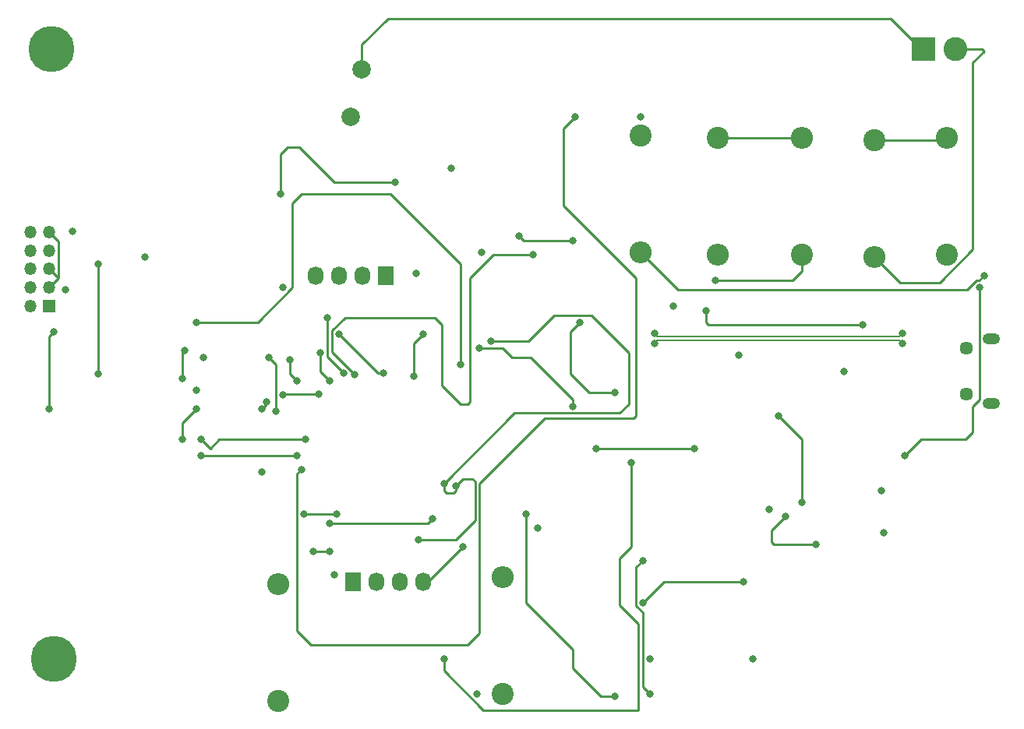
<source format=gbr>
%TF.GenerationSoftware,KiCad,Pcbnew,(5.1.6)-1*%
%TF.CreationDate,2021-02-28T15:35:06+06:00*%
%TF.ProjectId,STM32MCU + Buck Converter,53544d33-324d-4435-9520-2b204275636b,rev?*%
%TF.SameCoordinates,Original*%
%TF.FileFunction,Copper,L4,Bot*%
%TF.FilePolarity,Positive*%
%FSLAX46Y46*%
G04 Gerber Fmt 4.6, Leading zero omitted, Abs format (unit mm)*
G04 Created by KiCad (PCBNEW (5.1.6)-1) date 2021-02-28 15:35:06*
%MOMM*%
%LPD*%
G01*
G04 APERTURE LIST*
%TA.AperFunction,ComponentPad*%
%ADD10C,5.000000*%
%TD*%
%TA.AperFunction,ComponentPad*%
%ADD11O,1.900000X1.200000*%
%TD*%
%TA.AperFunction,ComponentPad*%
%ADD12C,1.450000*%
%TD*%
%TA.AperFunction,ComponentPad*%
%ADD13C,2.600000*%
%TD*%
%TA.AperFunction,ComponentPad*%
%ADD14R,2.600000X2.600000*%
%TD*%
%TA.AperFunction,ComponentPad*%
%ADD15O,1.350000X1.350000*%
%TD*%
%TA.AperFunction,ComponentPad*%
%ADD16R,1.350000X1.350000*%
%TD*%
%TA.AperFunction,ComponentPad*%
%ADD17C,2.010000*%
%TD*%
%TA.AperFunction,ComponentPad*%
%ADD18O,1.730000X2.030000*%
%TD*%
%TA.AperFunction,ComponentPad*%
%ADD19R,1.730000X2.030000*%
%TD*%
%TA.AperFunction,ComponentPad*%
%ADD20C,2.400000*%
%TD*%
%TA.AperFunction,ComponentPad*%
%ADD21O,2.400000X2.400000*%
%TD*%
%TA.AperFunction,ViaPad*%
%ADD22C,0.800000*%
%TD*%
%TA.AperFunction,Conductor*%
%ADD23C,0.250000*%
%TD*%
%TA.AperFunction,Conductor*%
%ADD24C,0.200000*%
%TD*%
G04 APERTURE END LIST*
D10*
%TO.P,REF\u002A\u002A,1*%
%TO.N,N/C*%
X83312000Y-103886000D03*
%TD*%
%TO.P,REF\u002A\u002A,1*%
%TO.N,N/C*%
X83058000Y-37592000D03*
%TD*%
D11*
%TO.P,J5,6*%
%TO.N,N/C*%
X185133500Y-69144000D03*
X185133500Y-76144000D03*
D12*
X182433500Y-70144000D03*
X182433500Y-75144000D03*
%TD*%
D13*
%TO.P,J1,2*%
%TO.N,GND*%
X181300000Y-37592000D03*
D14*
%TO.P,J1,1*%
%TO.N,+12V*%
X177800000Y-37592000D03*
%TD*%
D15*
%TO.P,J2,10*%
%TO.N,NRST*%
X80804000Y-57532000D03*
%TO.P,J2,9*%
%TO.N,GND*%
X82804000Y-57532000D03*
%TO.P,J2,8*%
%TO.N,Net-(J2-Pad8)*%
X80804000Y-59532000D03*
%TO.P,J2,7*%
%TO.N,Net-(J2-Pad7)*%
X82804000Y-59532000D03*
%TO.P,J2,6*%
%TO.N,SWD*%
X80804000Y-61532000D03*
%TO.P,J2,5*%
%TO.N,GND*%
X82804000Y-61532000D03*
%TO.P,J2,4*%
%TO.N,SWCLK*%
X80804000Y-63532000D03*
%TO.P,J2,3*%
%TO.N,GND*%
X82804000Y-63532000D03*
%TO.P,J2,2*%
%TO.N,SWDIO*%
X80804000Y-65532000D03*
D16*
%TO.P,J2,1*%
%TO.N,+3V3*%
X82804000Y-65532000D03*
%TD*%
D17*
%TO.P,F1,1*%
%TO.N,Net-(F1-Pad1)*%
X115570000Y-44958000D03*
%TO.P,F1,2*%
%TO.N,+12V*%
X116770000Y-39858000D03*
%TD*%
D18*
%TO.P,J3,4*%
%TO.N,GND*%
X111760000Y-62230000D03*
%TO.P,J3,3*%
%TO.N,I2C1_SDA*%
X114300000Y-62230000D03*
%TO.P,J3,2*%
%TO.N,I2C1_SCL*%
X116840000Y-62230000D03*
D19*
%TO.P,J3,1*%
%TO.N,+3V3*%
X119380000Y-62230000D03*
%TD*%
%TO.P,J4,1*%
%TO.N,+3V3*%
X115824000Y-95504000D03*
D18*
%TO.P,J4,2*%
%TO.N,UART3_Tx*%
X118364000Y-95504000D03*
%TO.P,J4,3*%
%TO.N,UART3_Rx*%
X120904000Y-95504000D03*
%TO.P,J4,4*%
%TO.N,GND*%
X123444000Y-95504000D03*
%TD*%
D20*
%TO.P,R1,1*%
%TO.N,+3V3*%
X132080000Y-107696000D03*
D21*
%TO.P,R1,2*%
%TO.N,I2C1_SCL*%
X132080000Y-94996000D03*
%TD*%
%TO.P,R2,2*%
%TO.N,I2C1_SDA*%
X107696000Y-95758000D03*
D20*
%TO.P,R2,1*%
%TO.N,+3V3*%
X107696000Y-108458000D03*
%TD*%
%TO.P,R3,1*%
%TO.N,+3.3VA*%
X147066000Y-46990000D03*
D21*
%TO.P,R3,2*%
%TO.N,Buck_FB*%
X147066000Y-59690000D03*
%TD*%
%TO.P,R4,2*%
%TO.N,Net-(R4-Pad2)*%
X180340000Y-47244000D03*
D20*
%TO.P,R4,1*%
%TO.N,Buck_FB*%
X180340000Y-59944000D03*
%TD*%
%TO.P,R5,1*%
%TO.N,Net-(R4-Pad2)*%
X172466000Y-47498000D03*
D21*
%TO.P,R5,2*%
%TO.N,GND*%
X172466000Y-60198000D03*
%TD*%
D20*
%TO.P,R6,1*%
%TO.N,Buck_IN*%
X164592000Y-59944000D03*
D21*
%TO.P,R6,2*%
%TO.N,Buck_EN*%
X164592000Y-47244000D03*
%TD*%
%TO.P,R7,2*%
%TO.N,GND*%
X155448000Y-59944000D03*
D20*
%TO.P,R7,1*%
%TO.N,Buck_EN*%
X155448000Y-47244000D03*
%TD*%
D22*
%TO.N,Net-(C1-Pad1)*%
X125730000Y-103886000D03*
X146050000Y-82550000D03*
%TO.N,GND*%
X85344000Y-57404000D03*
X84582000Y-63754000D03*
X99568000Y-71120000D03*
X98806000Y-74676000D03*
X161036000Y-87630000D03*
X150622000Y-65532000D03*
X169164000Y-72644000D03*
X172466000Y-60198000D03*
X173228000Y-85598000D03*
X173482000Y-90170000D03*
X148082000Y-103886000D03*
X93218000Y-60198000D03*
X129794000Y-59690000D03*
X155448000Y-59944000D03*
X105918000Y-83566000D03*
X147320000Y-97790000D03*
X158242000Y-95504000D03*
X127762000Y-91694000D03*
X113284000Y-89154000D03*
X124460000Y-88646000D03*
X97282000Y-73406000D03*
X97536000Y-70358000D03*
X113284000Y-73660000D03*
X112268000Y-70649000D03*
X97282000Y-80010000D03*
X98806000Y-76708000D03*
X111506000Y-92202000D03*
X113284000Y-92202000D03*
X162814000Y-88392000D03*
X166116000Y-91440000D03*
%TO.N,+3V3*%
X135890000Y-89662000D03*
X157734000Y-70866000D03*
X159258000Y-103886000D03*
X129286000Y-107696000D03*
X113792000Y-94742000D03*
X107696000Y-108458000D03*
X108204000Y-63500000D03*
X126492000Y-50546000D03*
X122682000Y-61976000D03*
X110490000Y-88138000D03*
X114046000Y-88138000D03*
X109728000Y-73660000D03*
X108966000Y-71374000D03*
X83312000Y-68326000D03*
X82804000Y-76708000D03*
X127000000Y-85090000D03*
X107950000Y-53340000D03*
X120396000Y-52070000D03*
X122936000Y-90932000D03*
X164592000Y-86868000D03*
X162052000Y-77470000D03*
X130810000Y-69342000D03*
X125730000Y-84836000D03*
%TO.N,Net-(C7-Pad1)*%
X129540000Y-70104000D03*
X139700000Y-76454000D03*
X134620000Y-88138000D03*
X144272000Y-107950000D03*
X148082000Y-107696000D03*
X147320000Y-93218000D03*
%TO.N,+3.3VA*%
X147066000Y-44958000D03*
X99314000Y-81788000D03*
X109728000Y-81788000D03*
X110236000Y-83312000D03*
X139954000Y-44958000D03*
%TO.N,HSE_IN*%
X106680000Y-71120000D03*
X107442000Y-76962000D03*
%TO.N,HSE_OUT*%
X112072153Y-75125847D03*
X108204000Y-75184000D03*
X106426000Y-75946000D03*
X105918000Y-76708000D03*
%TO.N,Buck_SW*%
X140462000Y-67310000D03*
X144272000Y-74930000D03*
X152908000Y-81026000D03*
X142240000Y-81026000D03*
%TO.N,Buck_IN*%
X133858000Y-57912000D03*
X139700000Y-58420000D03*
X171196000Y-67564000D03*
X154178000Y-66040000D03*
X155194000Y-62738000D03*
%TO.N,Net-(F1-Pad1)*%
X183896000Y-63500000D03*
X175768000Y-81788000D03*
%TO.N,SWDIO*%
X98806000Y-67310000D03*
X127508000Y-71882000D03*
%TO.N,SWD*%
X123444000Y-68580000D03*
X122428000Y-73152000D03*
%TO.N,NRST*%
X88138000Y-60960000D03*
X88138000Y-72898000D03*
X99314000Y-80010000D03*
X110689108Y-80064892D03*
%TO.N,I2C1_SDA*%
X113030000Y-66802000D03*
X114808000Y-72861000D03*
%TO.N,I2C1_SCL*%
X114300000Y-68580000D03*
X119126000Y-72861000D03*
%TO.N,Buck_FB*%
X184404000Y-62230000D03*
%TO.N,BOOT0*%
X115987444Y-72999020D03*
X135382000Y-59944000D03*
%TO.N,USB_D-*%
X148590000Y-69613000D03*
X175514000Y-69613000D03*
%TO.N,USB_D+*%
X148590000Y-68563000D03*
X175514000Y-68563000D03*
%TD*%
D23*
%TO.N,Net-(C1-Pad1)*%
X125730000Y-105213002D02*
X129990998Y-109474000D01*
X125730000Y-103886000D02*
X125730000Y-105213002D01*
X129990998Y-109474000D02*
X136652000Y-109474000D01*
X136652000Y-109474000D02*
X146812000Y-109474000D01*
X146812000Y-109474000D02*
X146812000Y-100076000D01*
X146812000Y-100076000D02*
X144780000Y-98044000D01*
X144780000Y-98044000D02*
X144780000Y-92964000D01*
X144780000Y-92964000D02*
X146050000Y-91694000D01*
X146050000Y-91694000D02*
X146050000Y-82550000D01*
%TO.N,GND*%
X83804001Y-58532001D02*
X83804001Y-62531999D01*
X83804001Y-62531999D02*
X82804000Y-63532000D01*
X82804000Y-57532000D02*
X83804001Y-58532001D01*
X83479001Y-62206999D02*
X83804001Y-62531999D01*
X82804000Y-61532000D02*
X83479001Y-62206999D01*
X147320000Y-97790000D02*
X149606000Y-95504000D01*
X149606000Y-95504000D02*
X158242000Y-95504000D01*
X123444000Y-95504000D02*
X123952000Y-95504000D01*
X123952000Y-95504000D02*
X127762000Y-91694000D01*
X113284000Y-89154000D02*
X123952000Y-89154000D01*
X123952000Y-89154000D02*
X124460000Y-88646000D01*
X97282000Y-73406000D02*
X97282000Y-70612000D01*
X97282000Y-70612000D02*
X97536000Y-70358000D01*
X113284000Y-73660000D02*
X112268000Y-72644000D01*
X112268000Y-72644000D02*
X112268000Y-70649000D01*
X97282000Y-80010000D02*
X97282000Y-78232000D01*
X97282000Y-78232000D02*
X98806000Y-76708000D01*
X111506000Y-92202000D02*
X113284000Y-92202000D01*
X181300000Y-37592000D02*
X184150000Y-37592000D01*
X184150000Y-37592000D02*
X184404000Y-37846000D01*
X183170999Y-59370003D02*
X179549002Y-62992000D01*
X184404000Y-37846000D02*
X183170999Y-39079001D01*
X183170999Y-39079001D02*
X183170999Y-59370003D01*
X175260000Y-62992000D02*
X172466000Y-60198000D01*
X179549002Y-62992000D02*
X175260000Y-62992000D01*
X162814000Y-88392000D02*
X161290000Y-89916000D01*
X161290000Y-89916000D02*
X161290000Y-90932000D01*
X161290000Y-90932000D02*
X161290000Y-91186000D01*
X161290000Y-91186000D02*
X161544000Y-91440000D01*
X161544000Y-91440000D02*
X166116000Y-91440000D01*
%TO.N,+3V3*%
X110490000Y-88138000D02*
X114046000Y-88138000D01*
X109728000Y-73660000D02*
X108966000Y-72898000D01*
X108966000Y-72898000D02*
X108966000Y-71374000D01*
X83312000Y-68326000D02*
X82804000Y-68834000D01*
X82804000Y-68834000D02*
X82804000Y-76708000D01*
X107950000Y-53340000D02*
X107950000Y-49022000D01*
X107950000Y-49022000D02*
X108712000Y-48260000D01*
X108712000Y-48260000D02*
X109982000Y-48260000D01*
X109982000Y-48260000D02*
X113792000Y-52070000D01*
X113792000Y-52070000D02*
X120396000Y-52070000D01*
X122936000Y-90932000D02*
X127000000Y-90932000D01*
X129089990Y-88842010D02*
X129089990Y-84649600D01*
X127000000Y-90932000D02*
X129089990Y-88842010D01*
X129089990Y-84649600D02*
X128768390Y-84328000D01*
X127762000Y-84328000D02*
X127000000Y-85090000D01*
X128768390Y-84328000D02*
X127762000Y-84328000D01*
X164592000Y-86868000D02*
X164592000Y-80010000D01*
X164592000Y-80010000D02*
X162052000Y-77470000D01*
X133386999Y-77179001D02*
X125730000Y-84836000D01*
X144816999Y-77179001D02*
X133386999Y-77179001D01*
X145796000Y-76200000D02*
X144816999Y-77179001D01*
X134874000Y-69342000D02*
X137668000Y-66548000D01*
X141732000Y-66548000D02*
X145796000Y-70612000D01*
X130810000Y-69342000D02*
X134874000Y-69342000D01*
X137668000Y-66548000D02*
X141732000Y-66548000D01*
X145796000Y-70612000D02*
X145796000Y-76200000D01*
X127000000Y-85598000D02*
X127000000Y-85090000D01*
X126746000Y-85852000D02*
X127000000Y-85598000D01*
X125984000Y-85852000D02*
X126746000Y-85852000D01*
X125730000Y-84836000D02*
X125730000Y-85598000D01*
X125730000Y-85598000D02*
X125984000Y-85852000D01*
%TO.N,Net-(C7-Pad1)*%
X129540000Y-70104000D02*
X132080000Y-70104000D01*
X132080000Y-70104000D02*
X133096000Y-71120000D01*
X133096000Y-71120000D02*
X135128000Y-71120000D01*
X135128000Y-71120000D02*
X139700000Y-75692000D01*
X139700000Y-75692000D02*
X139700000Y-76454000D01*
X134620000Y-88138000D02*
X134620000Y-97790000D01*
X134620000Y-97790000D02*
X139700000Y-102870000D01*
X139700000Y-102870000D02*
X139700000Y-104902000D01*
X139700000Y-104902000D02*
X142748000Y-107950000D01*
X142748000Y-107950000D02*
X144272000Y-107950000D01*
X148082000Y-107696000D02*
X147320000Y-106934000D01*
X146594999Y-93943001D02*
X147320000Y-93218000D01*
X147320000Y-98863002D02*
X146594999Y-98138001D01*
X147320000Y-106934000D02*
X147320000Y-98863002D01*
X146594999Y-98138001D02*
X146594999Y-93943001D01*
%TO.N,+3.3VA*%
X99314000Y-81788000D02*
X109728000Y-81788000D01*
X109764999Y-83783001D02*
X109764999Y-100874999D01*
X110236000Y-83312000D02*
X109764999Y-83783001D01*
X109764999Y-100874999D02*
X111252000Y-102362000D01*
X111252000Y-102362000D02*
X128270000Y-102362000D01*
X128270000Y-102362000D02*
X129540000Y-101092000D01*
X129540000Y-101092000D02*
X129540000Y-84836000D01*
X129540000Y-84836000D02*
X136652000Y-77724000D01*
X136652000Y-77724000D02*
X146304000Y-77724000D01*
X146304000Y-77724000D02*
X146558000Y-77470000D01*
X146558000Y-77470000D02*
X146558000Y-62484000D01*
X146558000Y-62484000D02*
X138684000Y-54610000D01*
X138684000Y-54610000D02*
X138684000Y-46228000D01*
X138684000Y-46228000D02*
X139954000Y-44958000D01*
%TO.N,HSE_IN*%
X106680000Y-71120000D02*
X107442000Y-71882000D01*
X107442000Y-71882000D02*
X107442000Y-76962000D01*
%TO.N,HSE_OUT*%
X112072153Y-75125847D02*
X110548153Y-75125847D01*
X110548153Y-75125847D02*
X108262153Y-75125847D01*
X108262153Y-75125847D02*
X108204000Y-75184000D01*
X106426000Y-75946000D02*
X106426000Y-76200000D01*
X106426000Y-76200000D02*
X105918000Y-76708000D01*
%TO.N,Buck_SW*%
X140462000Y-67310000D02*
X139446000Y-68326000D01*
X139446000Y-68326000D02*
X139446000Y-72898000D01*
X139446000Y-72898000D02*
X141478000Y-74930000D01*
X141478000Y-74930000D02*
X144272000Y-74930000D01*
X152908000Y-81026000D02*
X142240000Y-81026000D01*
%TO.N,Buck_IN*%
X133858000Y-57912000D02*
X134366000Y-58420000D01*
X134366000Y-58420000D02*
X139700000Y-58420000D01*
X171196000Y-67564000D02*
X154432000Y-67564000D01*
X154432000Y-67564000D02*
X154178000Y-67310000D01*
X154178000Y-67310000D02*
X154178000Y-66040000D01*
X155194000Y-62738000D02*
X163576000Y-62738000D01*
X164592000Y-61722000D02*
X164592000Y-59944000D01*
X163576000Y-62738000D02*
X164592000Y-61722000D01*
%TO.N,Net-(F1-Pad1)*%
X177546000Y-80010000D02*
X175768000Y-81788000D01*
X183896000Y-75723339D02*
X183134000Y-76485339D01*
X183896000Y-63500000D02*
X183896000Y-75723339D01*
X183134000Y-76485339D02*
X183134000Y-79248000D01*
X183134000Y-79248000D02*
X182372000Y-80010000D01*
X182372000Y-80010000D02*
X177546000Y-80010000D01*
%TO.N,+12V*%
X116770000Y-39858000D02*
X116770000Y-37154000D01*
X116770000Y-37154000D02*
X119634000Y-34290000D01*
X174244000Y-34290000D02*
X177546000Y-37592000D01*
X119634000Y-34290000D02*
X174244000Y-34290000D01*
%TO.N,SWDIO*%
X98806000Y-67310000D02*
X104902000Y-67310000D01*
X105467002Y-67310000D02*
X109220000Y-63557002D01*
X104902000Y-67310000D02*
X105467002Y-67310000D01*
X109220000Y-63557002D02*
X109220000Y-62937072D01*
X109220000Y-62937072D02*
X109220000Y-54356000D01*
X109220000Y-54356000D02*
X110236000Y-53340000D01*
X110236000Y-53340000D02*
X119888000Y-53340000D01*
X119888000Y-53340000D02*
X127508000Y-60960000D01*
X127508000Y-60960000D02*
X127508000Y-71882000D01*
%TO.N,SWD*%
X123444000Y-68580000D02*
X122428000Y-69596000D01*
X122428000Y-69596000D02*
X122428000Y-73152000D01*
%TO.N,NRST*%
X88138000Y-60960000D02*
X88138000Y-72898000D01*
X99314000Y-80010000D02*
X100330000Y-81026000D01*
X110671215Y-80046999D02*
X110689108Y-80064892D01*
X100330000Y-81026000D02*
X101309001Y-80046999D01*
X101309001Y-80046999D02*
X110671215Y-80046999D01*
%TO.N,I2C1_SDA*%
X113030000Y-66802000D02*
X113030000Y-71083000D01*
X113030000Y-71083000D02*
X114808000Y-72861000D01*
%TO.N,I2C1_SCL*%
X114300000Y-68580000D02*
X118581000Y-72861000D01*
X118581000Y-72861000D02*
X119126000Y-72861000D01*
%TO.N,Buck_FB*%
X147066000Y-59690000D02*
X151130000Y-63754000D01*
X182568998Y-63754000D02*
X183388000Y-62934998D01*
X151130000Y-63754000D02*
X182568998Y-63754000D01*
X183859001Y-62774999D02*
X184404000Y-62230000D01*
X183388000Y-62934998D02*
X183547999Y-62774999D01*
X183547999Y-62774999D02*
X183859001Y-62774999D01*
%TO.N,Net-(R4-Pad2)*%
X180086000Y-47498000D02*
X180340000Y-47244000D01*
X172466000Y-47498000D02*
X180086000Y-47498000D01*
%TO.N,Buck_EN*%
X155448000Y-47244000D02*
X164592000Y-47244000D01*
%TO.N,BOOT0*%
X131064000Y-59944000D02*
X135382000Y-59944000D01*
X124714000Y-66802000D02*
X125476000Y-67564000D01*
X115004998Y-66802000D02*
X124714000Y-66802000D01*
X128524000Y-75946000D02*
X128524000Y-62484000D01*
X113574999Y-68231999D02*
X115004998Y-66802000D01*
X128524000Y-62484000D02*
X131064000Y-59944000D01*
X115987444Y-72999020D02*
X113574999Y-70586575D01*
X113574999Y-70586575D02*
X113574999Y-68231999D01*
X125476000Y-67564000D02*
X125476000Y-74168000D01*
X125476000Y-74168000D02*
X127508000Y-76200000D01*
X127508000Y-76200000D02*
X128270000Y-76200000D01*
X128270000Y-76200000D02*
X128524000Y-75946000D01*
D24*
%TO.N,USB_D-*%
X175214000Y-69313000D02*
X175514000Y-69613000D01*
X148590000Y-69613000D02*
X148890000Y-69313000D01*
X148890000Y-69313000D02*
X175214000Y-69313000D01*
%TO.N,USB_D+*%
X148590000Y-68563000D02*
X148890000Y-68863000D01*
X175214000Y-68863000D02*
X175514000Y-68563000D01*
X148890000Y-68863000D02*
X175214000Y-68863000D01*
%TD*%
M02*

</source>
